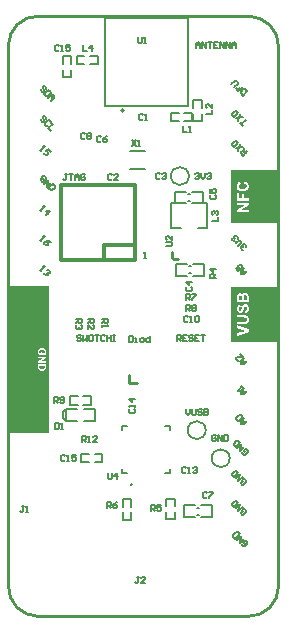
<source format=gbr>
%TF.GenerationSoftware,Altium Limited,Altium Designer,20.0.10 (225)*%
G04 Layer_Color=65535*
%FSLAX26Y26*%
%MOIN*%
%TF.FileFunction,Legend,Top*%
%TF.Part,Single*%
G01*
G75*
%TA.AperFunction,NonConductor*%
%ADD61C,0.005906*%
%ADD62C,0.007874*%
%ADD63C,0.010000*%
%ADD64C,0.005000*%
%ADD65C,0.006000*%
%ADD66C,0.011811*%
G36*
X1106469Y1505173D02*
X948989D01*
Y1682339D01*
X1106469D01*
Y1505173D01*
D02*
G37*
G36*
X1106583Y1110000D02*
X949103D01*
Y1293378D01*
X1106583D01*
Y1110000D01*
D02*
G37*
G36*
X341868Y807599D02*
X206693D01*
Y1295659D01*
X341868D01*
Y807599D01*
D02*
G37*
%LPC*%
G36*
X1007740Y1644684D02*
X968674D01*
X995537D01*
X993189Y1637286D01*
X993954Y1637095D01*
X994664Y1636876D01*
X995292Y1636631D01*
X995919Y1636385D01*
X996466Y1636139D01*
X996957Y1635866D01*
X997421Y1635593D01*
X997803Y1635348D01*
X998158Y1635102D01*
X998458Y1634883D01*
X998731Y1634665D01*
X998923Y1634474D01*
X999086Y1634338D01*
X999223Y1634228D01*
X999277Y1634146D01*
X999305Y1634119D01*
X999632Y1633710D01*
X999933Y1633273D01*
X1000178Y1632836D01*
X1000397Y1632372D01*
X1000588Y1631935D01*
X1000752Y1631498D01*
X1000888Y1631089D01*
X1000970Y1630707D01*
X1001052Y1630324D01*
X1001106Y1629969D01*
X1001161Y1629669D01*
X1001188Y1629424D01*
X1001216Y1629205D01*
Y1628905D01*
X1001188Y1628140D01*
X1001079Y1627431D01*
X1000943Y1626748D01*
X1000752Y1626120D01*
X1000506Y1625520D01*
X1000260Y1624974D01*
X999987Y1624482D01*
X999687Y1624018D01*
X999414Y1623609D01*
X999141Y1623254D01*
X998895Y1622926D01*
X998649Y1622680D01*
X998458Y1622489D01*
X998322Y1622325D01*
X998213Y1622244D01*
X998185Y1622216D01*
X997558Y1621752D01*
X996875Y1621370D01*
X996111Y1621015D01*
X995319Y1620742D01*
X994473Y1620496D01*
X993626Y1620278D01*
X992780Y1620114D01*
X991961Y1619978D01*
X991169Y1619869D01*
X990432Y1619787D01*
X989750Y1619732D01*
X989176Y1619705D01*
X988903Y1619677D01*
X988685D01*
X988494Y1619650D01*
X988303D01*
X988194D01*
X988084D01*
X988030D01*
X988003D01*
X986774Y1619677D01*
X985627Y1619759D01*
X984590Y1619896D01*
X983607Y1620060D01*
X982734Y1620251D01*
X981942Y1620469D01*
X981205Y1620715D01*
X980577Y1620960D01*
X980004Y1621179D01*
X979539Y1621425D01*
X979130Y1621643D01*
X978802Y1621834D01*
X978557Y1621998D01*
X978366Y1622134D01*
X978256Y1622216D01*
X978229Y1622244D01*
X977683Y1622762D01*
X977219Y1623281D01*
X976837Y1623854D01*
X976482Y1624400D01*
X976182Y1624974D01*
X975936Y1625547D01*
X975745Y1626093D01*
X975581Y1626639D01*
X975444Y1627130D01*
X975363Y1627594D01*
X975281Y1628004D01*
X975253Y1628359D01*
X975226Y1628632D01*
X975199Y1628850D01*
Y1629041D01*
X975226Y1629615D01*
X975281Y1630133D01*
X975363Y1630652D01*
X975472Y1631143D01*
X975608Y1631580D01*
X975745Y1632017D01*
X975909Y1632399D01*
X976045Y1632781D01*
X976209Y1633082D01*
X976373Y1633382D01*
X976509Y1633628D01*
X976646Y1633819D01*
X976755Y1633983D01*
X976837Y1634119D01*
X976891Y1634174D01*
X976919Y1634201D01*
X977246Y1634583D01*
X977601Y1634938D01*
X977983Y1635266D01*
X978366Y1635539D01*
X978748Y1635784D01*
X979130Y1636030D01*
X979867Y1636412D01*
X980195Y1636549D01*
X980522Y1636685D01*
X980795Y1636794D01*
X981041Y1636876D01*
X981259Y1636931D01*
X981396Y1636986D01*
X981505Y1637013D01*
X981532D01*
X979731Y1644575D01*
X978912Y1644329D01*
X978120Y1644029D01*
X977410Y1643729D01*
X976728Y1643428D01*
X976127Y1643101D01*
X975554Y1642773D01*
X975035Y1642446D01*
X974571Y1642145D01*
X974161Y1641845D01*
X973807Y1641572D01*
X973479Y1641326D01*
X973233Y1641108D01*
X973042Y1640944D01*
X972906Y1640808D01*
X972824Y1640726D01*
X972796Y1640698D01*
X972059Y1639852D01*
X971431Y1638978D01*
X970885Y1638050D01*
X970421Y1637122D01*
X970012Y1636167D01*
X969684Y1635238D01*
X969411Y1634310D01*
X969193Y1633437D01*
X969029Y1632618D01*
X968893Y1631853D01*
X968811Y1631198D01*
X968729Y1630597D01*
Y1630352D01*
X968701Y1630106D01*
Y1629915D01*
X968674Y1629751D01*
Y1611788D01*
Y1629451D01*
X968701Y1628714D01*
X968729Y1628004D01*
X968893Y1626612D01*
X969165Y1625329D01*
X969493Y1624100D01*
X969875Y1622953D01*
X970339Y1621916D01*
X970803Y1620933D01*
X971295Y1620060D01*
X971786Y1619295D01*
X972250Y1618613D01*
X972687Y1618012D01*
X973097Y1617521D01*
X973424Y1617139D01*
X973697Y1616866D01*
X973779Y1616784D01*
X973861Y1616702D01*
X973888Y1616674D01*
X973916Y1616647D01*
X974407Y1616210D01*
X974926Y1615801D01*
X976045Y1615036D01*
X977192Y1614409D01*
X978393Y1613835D01*
X979621Y1613371D01*
X980823Y1612962D01*
X982024Y1612661D01*
X983198Y1612388D01*
X984290Y1612197D01*
X985300Y1612033D01*
X985764Y1611979D01*
X986201Y1611924D01*
X986610Y1611897D01*
X986992Y1611870D01*
X987347Y1611842D01*
X987648Y1611815D01*
X987921D01*
X988139Y1611788D01*
X988548D01*
X989367Y1611815D01*
X990187Y1611842D01*
X991715Y1612006D01*
X993162Y1612225D01*
X994500Y1612552D01*
X995756Y1612907D01*
X996930Y1613316D01*
X997967Y1613753D01*
X998923Y1614217D01*
X999769Y1614654D01*
X1000506Y1615091D01*
X1000833Y1615309D01*
X1001134Y1615501D01*
X1001407Y1615692D01*
X1001653Y1615855D01*
X1001871Y1616019D01*
X1002062Y1616183D01*
X1002226Y1616292D01*
X1002362Y1616401D01*
X1002471Y1616511D01*
X1002553Y1616565D01*
X1002581Y1616620D01*
X1002608D01*
X1003072Y1617084D01*
X1003509Y1617548D01*
X1003918Y1618039D01*
X1004301Y1618531D01*
X1004983Y1619568D01*
X1005584Y1620578D01*
X1006075Y1621643D01*
X1006485Y1622653D01*
X1006840Y1623663D01*
X1007085Y1624619D01*
X1007304Y1625520D01*
X1007467Y1626339D01*
X1007577Y1627103D01*
X1007631Y1627431D01*
X1007659Y1627731D01*
X1007686Y1628004D01*
X1007713Y1628250D01*
Y1628468D01*
X1007740Y1628659D01*
Y1629205D01*
Y1628987D01*
X1007713Y1630106D01*
X1007604Y1631171D01*
X1007467Y1632181D01*
X1007276Y1633109D01*
X1007031Y1634010D01*
X1006785Y1634829D01*
X1006512Y1635593D01*
X1006239Y1636276D01*
X1005966Y1636904D01*
X1005693Y1637450D01*
X1005420Y1637914D01*
X1005202Y1638296D01*
X1005010Y1638596D01*
X1004874Y1638815D01*
X1004765Y1638951D01*
X1004737Y1639006D01*
X1004137Y1639716D01*
X1003482Y1640398D01*
X1002772Y1640999D01*
X1002035Y1641572D01*
X1001270Y1642091D01*
X1000506Y1642555D01*
X999741Y1642964D01*
X999004Y1643319D01*
X998322Y1643647D01*
X997667Y1643920D01*
X997066Y1644166D01*
X996547Y1644357D01*
X996138Y1644493D01*
X995947Y1644548D01*
X995810Y1644602D01*
X995701Y1644630D01*
X995619Y1644657D01*
X995565Y1644684D01*
X1007740D01*
D01*
D02*
G37*
G36*
X1007085Y1606819D02*
Y1588528D01*
X991033D01*
Y1604307D01*
X984645D01*
Y1588528D01*
X975690D01*
Y1606819D01*
X1007085D01*
X969302D01*
Y1580911D01*
X1007085D01*
Y1606819D01*
D02*
G37*
G36*
Y1572803D02*
X969302D01*
Y1542828D01*
X1007085D01*
Y1549899D01*
X982351D01*
X1007085Y1565159D01*
Y1572803D01*
D02*
G37*
%LPD*%
G36*
X969302Y1550226D02*
Y1565733D01*
X994609D01*
X969302Y1550226D01*
D02*
G37*
%LPC*%
G36*
X996498Y1273693D02*
X969416D01*
X996252D01*
X995651Y1273665D01*
X995078Y1273611D01*
X994505Y1273529D01*
X993986Y1273392D01*
X993467Y1273256D01*
X993003Y1273119D01*
X992567Y1272928D01*
X992157Y1272764D01*
X991802Y1272601D01*
X991475Y1272437D01*
X991202Y1272273D01*
X990983Y1272136D01*
X990792Y1272000D01*
X990655Y1271918D01*
X990574Y1271863D01*
X990546Y1271836D01*
X990110Y1271481D01*
X989700Y1271072D01*
X989318Y1270662D01*
X988990Y1270225D01*
X988690Y1269789D01*
X988390Y1269352D01*
X988144Y1268915D01*
X987926Y1268505D01*
X987734Y1268096D01*
X987571Y1267714D01*
X987434Y1267386D01*
X987325Y1267113D01*
X987243Y1266868D01*
X987188Y1266704D01*
X987134Y1266567D01*
Y1266540D01*
X986670Y1267414D01*
X986151Y1268178D01*
X985578Y1268833D01*
X985305Y1269106D01*
X985059Y1269379D01*
X984786Y1269598D01*
X984568Y1269816D01*
X984349Y1269980D01*
X984158Y1270143D01*
X984022Y1270253D01*
X983912Y1270335D01*
X983831Y1270362D01*
X983803Y1270389D01*
X983394Y1270635D01*
X982957Y1270881D01*
X982520Y1271072D01*
X982111Y1271236D01*
X981292Y1271481D01*
X980554Y1271645D01*
X980200Y1271727D01*
X979899Y1271754D01*
X979626Y1271782D01*
X979381Y1271809D01*
X979189Y1271836D01*
X979053D01*
X978971D01*
X978944D01*
X978480D01*
X978043Y1271782D01*
X977224Y1271645D01*
X976460Y1271454D01*
X976132Y1271372D01*
X975804Y1271263D01*
X975531Y1271154D01*
X975258Y1271044D01*
X975040Y1270935D01*
X974876Y1270853D01*
X974712Y1270771D01*
X974603Y1270717D01*
X974548Y1270689D01*
X974521Y1270662D01*
X973811Y1270198D01*
X973211Y1269734D01*
X972665Y1269243D01*
X972201Y1268778D01*
X971846Y1268369D01*
X971600Y1268069D01*
X971491Y1267932D01*
X971436Y1267850D01*
X971382Y1267796D01*
Y1267768D01*
X970972Y1267086D01*
X970617Y1266403D01*
X970344Y1265748D01*
X970126Y1265148D01*
X970044Y1264847D01*
X969989Y1264602D01*
X969935Y1264383D01*
X969880Y1264192D01*
X969853Y1264028D01*
X969826Y1263919D01*
X969798Y1263837D01*
Y1263810D01*
X969744Y1263373D01*
X969662Y1262909D01*
X969607Y1262390D01*
X969580Y1261844D01*
X969498Y1260752D01*
X969471Y1259660D01*
X969443Y1259142D01*
Y1258678D01*
X969416Y1258268D01*
Y1242052D01*
X1007199D01*
Y1257312D01*
Y1256794D01*
X1007172Y1257367D01*
Y1258459D01*
X1007145Y1258950D01*
Y1259415D01*
X1007117Y1260261D01*
Y1260998D01*
X1007090Y1261653D01*
X1007063Y1262226D01*
X1007035Y1262718D01*
Y1263100D01*
X1007008Y1263428D01*
X1006981Y1263673D01*
Y1263864D01*
X1006954Y1264001D01*
Y1264083D01*
X1006790Y1265175D01*
X1006681Y1265694D01*
X1006544Y1266185D01*
X1006408Y1266622D01*
X1006244Y1267059D01*
X1006107Y1267441D01*
X1005943Y1267796D01*
X1005807Y1268123D01*
X1005643Y1268396D01*
X1005534Y1268642D01*
X1005398Y1268833D01*
X1005316Y1268997D01*
X1005234Y1269133D01*
X1005206Y1269188D01*
X1005179Y1269215D01*
X1004578Y1269952D01*
X1003951Y1270608D01*
X1003295Y1271154D01*
X1002668Y1271645D01*
X1002121Y1272000D01*
X1001876Y1272164D01*
X1001685Y1272273D01*
X1001521Y1272355D01*
X1001384Y1272437D01*
X1001303Y1272491D01*
X1001275D01*
X1000811Y1272710D01*
X1000347Y1272901D01*
X999446Y1273174D01*
X998600Y1273392D01*
X998218Y1273474D01*
X997835Y1273556D01*
X997508Y1273583D01*
X997180Y1273638D01*
X996934Y1273665D01*
X996689D01*
X996498Y1273693D01*
D02*
G37*
G36*
X996552Y1235609D02*
X996225D01*
X995569Y1235582D01*
X994942Y1235554D01*
X994341Y1235473D01*
X993768Y1235363D01*
X993249Y1235254D01*
X992758Y1235118D01*
X992293Y1234981D01*
X991884Y1234845D01*
X991502Y1234708D01*
X991174Y1234572D01*
X990901Y1234435D01*
X990655Y1234326D01*
X990464Y1234217D01*
X990328Y1234135D01*
X990246Y1234108D01*
X990219Y1234080D01*
X989782Y1233780D01*
X989345Y1233480D01*
X988581Y1232797D01*
X988226Y1232442D01*
X987926Y1232087D01*
X987625Y1231760D01*
X987380Y1231432D01*
X987134Y1231104D01*
X986943Y1230832D01*
X986779Y1230559D01*
X986615Y1230340D01*
X986506Y1230149D01*
X986424Y1230013D01*
X986397Y1229931D01*
X986369Y1229903D01*
X986096Y1229385D01*
X985851Y1228784D01*
X985578Y1228156D01*
X985332Y1227501D01*
X984868Y1226136D01*
X984677Y1225453D01*
X984458Y1224798D01*
X984295Y1224170D01*
X984131Y1223597D01*
X983994Y1223051D01*
X983858Y1222587D01*
X983776Y1222205D01*
X983694Y1221932D01*
X983667Y1221822D01*
Y1221741D01*
X983639Y1221713D01*
Y1221686D01*
X983394Y1220703D01*
X983148Y1219775D01*
X982930Y1218983D01*
X982684Y1218246D01*
X982466Y1217591D01*
X982247Y1217018D01*
X982056Y1216526D01*
X981865Y1216090D01*
X981701Y1215735D01*
X981565Y1215434D01*
X981428Y1215189D01*
X981319Y1214997D01*
X981210Y1214834D01*
X981155Y1214752D01*
X981101Y1214697D01*
Y1214670D01*
X980718Y1214288D01*
X980336Y1214015D01*
X979954Y1213824D01*
X979599Y1213687D01*
X979271Y1213605D01*
X979026Y1213578D01*
X978862Y1213551D01*
X978835D01*
X978807D01*
X978534Y1213578D01*
X978289Y1213605D01*
X977824Y1213742D01*
X977442Y1213933D01*
X977115Y1214151D01*
X976842Y1214370D01*
X976651Y1214561D01*
X976514Y1214697D01*
X976487Y1214752D01*
X976241Y1215134D01*
X976023Y1215516D01*
X975832Y1215926D01*
X975668Y1216362D01*
X975422Y1217236D01*
X975258Y1218055D01*
X975204Y1218465D01*
X975176Y1218820D01*
X975149Y1219147D01*
X975122Y1219420D01*
X975095Y1219639D01*
Y1220539D01*
X975149Y1221113D01*
X975204Y1221604D01*
X975286Y1222068D01*
X975395Y1222505D01*
X975504Y1222915D01*
X975613Y1223269D01*
X975722Y1223597D01*
X975859Y1223870D01*
X975968Y1224116D01*
X976077Y1224334D01*
X976187Y1224498D01*
X976268Y1224634D01*
X976323Y1224716D01*
X976350Y1224771D01*
X976378Y1224798D01*
X976623Y1225099D01*
X976924Y1225344D01*
X977579Y1225808D01*
X978261Y1226163D01*
X978944Y1226464D01*
X979271Y1226573D01*
X979572Y1226655D01*
X979845Y1226736D01*
X980090Y1226791D01*
X980282Y1226846D01*
X980418Y1226873D01*
X980527Y1226900D01*
X980554D01*
X980227Y1234517D01*
X979271Y1234435D01*
X978370Y1234299D01*
X977524Y1234108D01*
X976732Y1233834D01*
X975995Y1233562D01*
X975313Y1233234D01*
X974685Y1232906D01*
X974139Y1232551D01*
X973620Y1232197D01*
X973183Y1231869D01*
X972801Y1231569D01*
X972501Y1231296D01*
X972255Y1231050D01*
X972064Y1230886D01*
X971955Y1230777D01*
X971928Y1230722D01*
X971382Y1230013D01*
X970890Y1229248D01*
X970481Y1228402D01*
X970099Y1227555D01*
X969798Y1226655D01*
X969553Y1225754D01*
X969334Y1224880D01*
X969170Y1224034D01*
X969061Y1223215D01*
X968952Y1222478D01*
X968870Y1221795D01*
X968843Y1221195D01*
X968816Y1220922D01*
Y1220703D01*
X968788Y1220512D01*
Y1220021D01*
X968816Y1219229D01*
X968843Y1218465D01*
X968897Y1217727D01*
X969007Y1217018D01*
X969088Y1216362D01*
X969198Y1215762D01*
X969334Y1215189D01*
X969443Y1214670D01*
X969580Y1214206D01*
X969689Y1213796D01*
X969826Y1213441D01*
X969908Y1213141D01*
X969989Y1212923D01*
X970071Y1212732D01*
X970099Y1212622D01*
X970126Y1212595D01*
X970372Y1212022D01*
X970672Y1211503D01*
X970972Y1211012D01*
X971273Y1210548D01*
X971600Y1210138D01*
X971900Y1209756D01*
X972228Y1209401D01*
X972528Y1209073D01*
X972829Y1208800D01*
X973074Y1208555D01*
X973320Y1208336D01*
X973538Y1208172D01*
X973702Y1208036D01*
X973839Y1207954D01*
X973921Y1207899D01*
X973948Y1207872D01*
X974412Y1207599D01*
X974903Y1207353D01*
X975367Y1207135D01*
X975859Y1206944D01*
X976323Y1206780D01*
X976760Y1206644D01*
X977197Y1206562D01*
X977579Y1206453D01*
X977961Y1206398D01*
X978316Y1206343D01*
X978616Y1206316D01*
X978862Y1206289D01*
X979080Y1206262D01*
X979217D01*
X979326D01*
X979353D01*
X980172Y1206289D01*
X980964Y1206398D01*
X981728Y1206589D01*
X982438Y1206807D01*
X983093Y1207053D01*
X983721Y1207353D01*
X984295Y1207681D01*
X984813Y1208009D01*
X985305Y1208309D01*
X985714Y1208637D01*
X986096Y1208937D01*
X986397Y1209183D01*
X986615Y1209401D01*
X986806Y1209592D01*
X986915Y1209701D01*
X986943Y1209729D01*
X987352Y1210247D01*
X987734Y1210821D01*
X988117Y1211448D01*
X988471Y1212131D01*
X988799Y1212813D01*
X989099Y1213551D01*
X989372Y1214260D01*
X989645Y1214970D01*
X989864Y1215625D01*
X990082Y1216253D01*
X990273Y1216827D01*
X990410Y1217345D01*
X990519Y1217755D01*
X990574Y1217919D01*
X990601Y1218055D01*
X990655Y1218164D01*
Y1218246D01*
X990683Y1218301D01*
Y1218328D01*
X990901Y1219174D01*
X991092Y1219966D01*
X991256Y1220676D01*
X991420Y1221304D01*
X991584Y1221877D01*
X991720Y1222369D01*
X991829Y1222805D01*
X991939Y1223188D01*
X992020Y1223488D01*
X992102Y1223761D01*
X992184Y1223979D01*
X992239Y1224170D01*
X992266Y1224280D01*
X992293Y1224389D01*
X992321Y1224416D01*
Y1224443D01*
X992457Y1224798D01*
X992594Y1225126D01*
X992867Y1225699D01*
X993167Y1226190D01*
X993413Y1226573D01*
X993659Y1226846D01*
X993822Y1227037D01*
X993932Y1227173D01*
X993986Y1227201D01*
X994341Y1227474D01*
X994723Y1227665D01*
X995105Y1227801D01*
X995460Y1227883D01*
X995788Y1227965D01*
X996034Y1227992D01*
X996197D01*
X996225D01*
X996252D01*
X996634Y1227965D01*
X997016Y1227910D01*
X997344Y1227829D01*
X997699Y1227692D01*
X998299Y1227392D01*
X998846Y1227064D01*
X999064Y1226873D01*
X999282Y1226709D01*
X999446Y1226545D01*
X999610Y1226409D01*
X999719Y1226272D01*
X999801Y1226190D01*
X999856Y1226136D01*
X999883Y1226109D01*
X1000156Y1225754D01*
X1000402Y1225344D01*
X1000593Y1224907D01*
X1000784Y1224471D01*
X1000920Y1224006D01*
X1001057Y1223542D01*
X1001248Y1222641D01*
X1001303Y1222232D01*
X1001357Y1221822D01*
X1001384Y1221468D01*
X1001412Y1221167D01*
X1001439Y1220922D01*
Y1220567D01*
X1001412Y1219939D01*
X1001357Y1219338D01*
X1001275Y1218765D01*
X1001166Y1218219D01*
X1001029Y1217727D01*
X1000893Y1217291D01*
X1000729Y1216854D01*
X1000565Y1216499D01*
X1000402Y1216144D01*
X1000238Y1215871D01*
X1000101Y1215598D01*
X999965Y1215407D01*
X999856Y1215243D01*
X999774Y1215134D01*
X999719Y1215052D01*
X999692Y1215025D01*
X999337Y1214670D01*
X998955Y1214315D01*
X998545Y1214015D01*
X998108Y1213742D01*
X997644Y1213496D01*
X997180Y1213278D01*
X996279Y1212895D01*
X995870Y1212759D01*
X995488Y1212650D01*
X995133Y1212541D01*
X994805Y1212459D01*
X994559Y1212404D01*
X994368Y1212349D01*
X994259Y1212322D01*
X994205D01*
X994914Y1204897D01*
D01*
X996061Y1205060D01*
X997153Y1205306D01*
X998163Y1205579D01*
X999119Y1205934D01*
X999965Y1206289D01*
X1000756Y1206671D01*
X1001494Y1207053D01*
X1002121Y1207463D01*
X1002695Y1207845D01*
X1003186Y1208200D01*
X1003623Y1208555D01*
X1003951Y1208855D01*
X1004224Y1209101D01*
X1004415Y1209292D01*
X1004551Y1209401D01*
X1004578Y1209456D01*
X1005152Y1210220D01*
X1005670Y1211039D01*
X1006107Y1211913D01*
X1006490Y1212813D01*
X1006817Y1213714D01*
X1007063Y1214643D01*
X1007281Y1215543D01*
X1007472Y1216417D01*
X1007609Y1217236D01*
X1007718Y1218001D01*
X1007773Y1218710D01*
X1007827Y1219311D01*
X1007855Y1219557D01*
Y1219802D01*
X1007882Y1219993D01*
Y1220485D01*
X1007855Y1221386D01*
X1007827Y1222259D01*
X1007745Y1223078D01*
X1007663Y1223843D01*
X1007554Y1224553D01*
X1007445Y1225235D01*
X1007336Y1225863D01*
X1007199Y1226436D01*
X1007063Y1226928D01*
X1006954Y1227392D01*
X1006844Y1227774D01*
X1006735Y1228074D01*
X1006653Y1228347D01*
X1006571Y1228538D01*
X1006544Y1228648D01*
X1006517Y1228675D01*
X1006244Y1229275D01*
X1005943Y1229849D01*
X1005616Y1230367D01*
X1005261Y1230859D01*
X1004933Y1231323D01*
X1004578Y1231732D01*
X1004224Y1232115D01*
X1003896Y1232469D01*
X1003568Y1232770D01*
X1003268Y1233043D01*
X1002995Y1233261D01*
X1002777Y1233452D01*
X1002586Y1233589D01*
X1002422Y1233698D01*
X1002340Y1233753D01*
X1002313Y1233780D01*
X1001767Y1234108D01*
X1001248Y1234380D01*
X1000702Y1234626D01*
X1000156Y1234845D01*
X999637Y1235008D01*
X999146Y1235172D01*
X998654Y1235281D01*
X998190Y1235391D01*
X997781Y1235445D01*
X997399Y1235500D01*
X997071Y1235554D01*
X996771Y1235582D01*
X996552Y1235609D01*
D02*
G37*
G36*
X990383Y1198781D02*
X969416D01*
Y1168669D01*
X1007855D01*
X990737D01*
X991829Y1168697D01*
X992840Y1168751D01*
X993768Y1168779D01*
X994614Y1168833D01*
X995406Y1168915D01*
X996115Y1168970D01*
X996743Y1169052D01*
X997317Y1169106D01*
X997808Y1169161D01*
X998218Y1169243D01*
X998572Y1169297D01*
X998818Y1169352D01*
X999009Y1169379D01*
X999146Y1169407D01*
X999173D01*
X999992Y1169652D01*
X1000756Y1169953D01*
X1001466Y1170307D01*
X1002094Y1170662D01*
X1002367Y1170826D01*
X1002640Y1170990D01*
X1002859Y1171154D01*
X1003022Y1171290D01*
X1003186Y1171372D01*
X1003295Y1171454D01*
X1003350Y1171509D01*
X1003377Y1171536D01*
X1004087Y1172191D01*
X1004715Y1172928D01*
X1005288Y1173665D01*
X1005752Y1174375D01*
X1005943Y1174703D01*
X1006135Y1175003D01*
X1006271Y1175276D01*
X1006408Y1175494D01*
X1006490Y1175686D01*
X1006571Y1175849D01*
X1006599Y1175931D01*
X1006626Y1175958D01*
X1006844Y1176505D01*
X1007035Y1177105D01*
X1007199Y1177760D01*
X1007336Y1178416D01*
X1007554Y1179781D01*
X1007636Y1180463D01*
X1007691Y1181118D01*
X1007745Y1181746D01*
X1007800Y1182319D01*
X1007827Y1182838D01*
Y1183275D01*
X1007855Y1183657D01*
Y1184176D01*
X1007827Y1184995D01*
X1007800Y1185786D01*
X1007745Y1186496D01*
X1007663Y1187206D01*
X1007582Y1187834D01*
X1007500Y1188435D01*
X1007390Y1188981D01*
X1007281Y1189499D01*
X1007172Y1189936D01*
X1007063Y1190318D01*
X1006981Y1190646D01*
X1006899Y1190946D01*
X1006817Y1191165D01*
X1006763Y1191301D01*
X1006708Y1191410D01*
Y1191438D01*
X1006490Y1191956D01*
X1006244Y1192420D01*
X1005998Y1192884D01*
X1005752Y1193294D01*
X1005479Y1193704D01*
X1005234Y1194058D01*
X1004988Y1194386D01*
X1004742Y1194686D01*
X1004524Y1194959D01*
X1004306Y1195205D01*
X1004114Y1195396D01*
X1003978Y1195560D01*
X1003841Y1195696D01*
X1003732Y1195778D01*
X1003678Y1195833D01*
X1003650Y1195860D01*
X1002886Y1196434D01*
X1002094Y1196925D01*
X1001303Y1197307D01*
X1000538Y1197635D01*
X1000211Y1197771D01*
X999883Y1197880D01*
X999610Y1197962D01*
X999364Y1198017D01*
X999173Y1198099D01*
X999037Y1198126D01*
X998927Y1198153D01*
X998900D01*
X998327Y1198263D01*
X997672Y1198372D01*
X996962Y1198454D01*
X996225Y1198508D01*
X995433Y1198590D01*
X994614Y1198618D01*
X993822Y1198672D01*
X993031Y1198699D01*
X992293Y1198727D01*
X991584Y1198754D01*
X990956D01*
X990383Y1198781D01*
D02*
G37*
G36*
X969416Y1164847D02*
Y1129685D01*
X1007199Y1143171D01*
Y1151389D01*
X969416Y1164847D01*
D02*
G37*
%LPD*%
G36*
X996580Y1265775D02*
X997235Y1265666D01*
X997781Y1265475D01*
X998245Y1265284D01*
X998600Y1265093D01*
X998873Y1264902D01*
X999037Y1264793D01*
X999064Y1264738D01*
X999091D01*
X999501Y1264301D01*
X999828Y1263864D01*
X1000101Y1263400D01*
X1000292Y1262964D01*
X1000429Y1262581D01*
X1000538Y1262254D01*
X1000565Y1262145D01*
Y1262063D01*
X1000593Y1262008D01*
Y1261981D01*
X1000620Y1261735D01*
X1000675Y1261435D01*
X1000702Y1261080D01*
X1000729Y1260698D01*
Y1260261D01*
X1000756Y1259824D01*
X1000784Y1258950D01*
Y1258514D01*
X1000811Y1258104D01*
Y1249668D01*
X990710D01*
Y1256766D01*
X990737Y1257640D01*
X990765Y1258405D01*
X990792Y1259087D01*
X990847Y1259715D01*
X990874Y1260261D01*
X990928Y1260752D01*
X990983Y1261189D01*
X991038Y1261544D01*
X991092Y1261844D01*
X991120Y1262090D01*
X991174Y1262281D01*
X991202Y1262445D01*
X991229Y1262527D01*
X991256Y1262581D01*
Y1262609D01*
X991475Y1263155D01*
X991747Y1263646D01*
X992048Y1264056D01*
X992321Y1264383D01*
X992594Y1264656D01*
X992812Y1264820D01*
X992949Y1264957D01*
X992976Y1264984D01*
X993003D01*
X993467Y1265257D01*
X993959Y1265475D01*
X994423Y1265612D01*
X994887Y1265721D01*
X995269Y1265775D01*
X995597Y1265830D01*
X995706D01*
X995788D01*
X995842D01*
X995870D01*
X996580Y1265775D01*
D02*
G37*
G36*
X980664Y1264356D02*
X981237Y1264219D01*
X981756Y1264056D01*
X982165Y1263837D01*
X982493Y1263619D01*
X982766Y1263455D01*
X982902Y1263319D01*
X982957Y1263264D01*
X983339Y1262800D01*
X983639Y1262308D01*
X983885Y1261817D01*
X984049Y1261326D01*
X984185Y1260889D01*
X984240Y1260698D01*
X984267Y1260534D01*
X984295Y1260397D01*
X984322Y1260288D01*
Y1260206D01*
X984349Y1259961D01*
Y1259660D01*
X984376Y1259278D01*
Y1258869D01*
X984404Y1258432D01*
Y1257040D01*
X984431Y1256575D01*
Y1249668D01*
X975695D01*
Y1256630D01*
X975722Y1257312D01*
Y1257940D01*
X975750Y1258459D01*
Y1259305D01*
X975777Y1259633D01*
Y1259906D01*
X975804Y1260124D01*
Y1260288D01*
X975832Y1260425D01*
Y1260561D01*
X975968Y1261244D01*
X976132Y1261817D01*
X976350Y1262308D01*
X976596Y1262718D01*
X976814Y1263018D01*
X977005Y1263237D01*
X977115Y1263373D01*
X977169Y1263428D01*
X977606Y1263755D01*
X978070Y1264001D01*
X978534Y1264165D01*
X978998Y1264301D01*
X979408Y1264356D01*
X979708Y1264383D01*
X979845Y1264410D01*
X979927D01*
X979981D01*
X980009D01*
X980664Y1264356D01*
D02*
G37*
G36*
X991884Y1191137D02*
X992594D01*
X993222Y1191110D01*
X993822Y1191083D01*
X994341Y1191055D01*
X994805Y1191028D01*
X995242Y1191001D01*
X995597Y1190946D01*
X995924Y1190919D01*
X996170Y1190892D01*
X996389Y1190864D01*
X996552Y1190837D01*
X996689D01*
X996743Y1190810D01*
X996771D01*
X997126Y1190728D01*
X997453Y1190619D01*
X998081Y1190373D01*
X998627Y1190045D01*
X999119Y1189690D01*
X999501Y1189363D01*
X999774Y1189090D01*
X999883Y1188981D01*
X999965Y1188899D01*
X999992Y1188844D01*
X1000019Y1188817D01*
X1000238Y1188489D01*
X1000456Y1188134D01*
X1000784Y1187370D01*
X1001002Y1186551D01*
X1001166Y1185759D01*
X1001221Y1185377D01*
X1001248Y1185049D01*
X1001303Y1184722D01*
Y1184476D01*
X1001330Y1184230D01*
Y1183930D01*
X1001303Y1183357D01*
X1001275Y1182784D01*
X1001193Y1182292D01*
X1001111Y1181801D01*
X1001002Y1181337D01*
X1000893Y1180927D01*
X1000756Y1180545D01*
X1000620Y1180217D01*
X1000511Y1179890D01*
X1000374Y1179644D01*
X1000265Y1179398D01*
X1000156Y1179207D01*
X1000074Y1179071D01*
X999992Y1178961D01*
X999965Y1178907D01*
X999938Y1178880D01*
X999664Y1178552D01*
X999364Y1178252D01*
X999064Y1177979D01*
X998764Y1177733D01*
X998163Y1177351D01*
X997562Y1177023D01*
X997044Y1176805D01*
X996798Y1176723D01*
X996607Y1176668D01*
X996443Y1176614D01*
X996334Y1176586D01*
X996252Y1176559D01*
X996225D01*
X995924Y1176505D01*
X995542Y1176477D01*
X995105Y1176423D01*
X994614Y1176395D01*
X994123Y1176368D01*
X993577Y1176341D01*
X992512Y1176313D01*
X991993D01*
X991502D01*
X991065Y1176286D01*
X990683D01*
X990355D01*
X990110D01*
X989946D01*
X989891D01*
X969416D01*
Y1191165D01*
X990328D01*
X991147D01*
X991884Y1191137D01*
D02*
G37*
G36*
X997371Y1147512D02*
X969416Y1137930D01*
Y1156739D01*
X997371Y1147512D01*
D02*
G37*
%LPC*%
G36*
X331868Y1089618D02*
X305394D01*
X318714D01*
X318030Y1089600D01*
X317364Y1089544D01*
X316716Y1089470D01*
X316087Y1089378D01*
X315495Y1089267D01*
X314940Y1089137D01*
X314404Y1089008D01*
X313923Y1088860D01*
X313479Y1088730D01*
X313072Y1088601D01*
X312739Y1088471D01*
X312443Y1088360D01*
X312202Y1088249D01*
X312036Y1088175D01*
X311925Y1088138D01*
X311888Y1088120D01*
X311314Y1087824D01*
X310778Y1087491D01*
X310278Y1087158D01*
X309816Y1086788D01*
X309390Y1086418D01*
X308983Y1086048D01*
X308632Y1085678D01*
X308317Y1085326D01*
X308021Y1084975D01*
X307781Y1084660D01*
X307559Y1084383D01*
X307392Y1084124D01*
X307263Y1083920D01*
X307152Y1083772D01*
X307096Y1083680D01*
X307078Y1083643D01*
X306782Y1083069D01*
X306523Y1082477D01*
X306301Y1081885D01*
X306097Y1081275D01*
X305949Y1080683D01*
X305801Y1080109D01*
X305690Y1079554D01*
X305598Y1079018D01*
X305542Y1078518D01*
X305487Y1078056D01*
X305450Y1077649D01*
X305413Y1077297D01*
Y1077020D01*
X305394Y1076909D01*
Y1076631D01*
X305413Y1076039D01*
X305450Y1075447D01*
X305505Y1074874D01*
X305579Y1074319D01*
X305672Y1073782D01*
X305764Y1073264D01*
X305875Y1072783D01*
X305986Y1072321D01*
X306097Y1071914D01*
X306208Y1071544D01*
X306301Y1071211D01*
X306393Y1070933D01*
X306467Y1070693D01*
X306523Y1070526D01*
X306560Y1070434D01*
X306578Y1070397D01*
X306800Y1069842D01*
X307041Y1069305D01*
X307281Y1068806D01*
X307522Y1068362D01*
X307762Y1067936D01*
X307984Y1067548D01*
X308206Y1067196D01*
X308410Y1066882D01*
X308613Y1066604D01*
X308798Y1066364D01*
X308946Y1066142D01*
X309094Y1065975D01*
X309205Y1065846D01*
X309279Y1065753D01*
X309335Y1065698D01*
X309353Y1065679D01*
X305394D01*
X319565D01*
Y1076816D01*
X315236D01*
Y1070896D01*
X311980D01*
X311647Y1071359D01*
X311351Y1071840D01*
X311092Y1072302D01*
X310870Y1072746D01*
X310778Y1072950D01*
X310685Y1073135D01*
X310611Y1073301D01*
X310556Y1073431D01*
X310500Y1073542D01*
X310482Y1073634D01*
X310445Y1073690D01*
Y1073708D01*
X310241Y1074319D01*
X310075Y1074911D01*
X309964Y1075447D01*
X309927Y1075706D01*
X309890Y1075947D01*
X309871Y1076169D01*
X309853Y1076354D01*
X309834Y1076539D01*
Y1076687D01*
X309816Y1076798D01*
Y1076964D01*
X309834Y1077556D01*
X309908Y1078130D01*
X310019Y1078666D01*
X310167Y1079166D01*
X310352Y1079647D01*
X310537Y1080091D01*
X310741Y1080479D01*
X310963Y1080849D01*
X311166Y1081164D01*
X311370Y1081460D01*
X311573Y1081700D01*
X311740Y1081904D01*
X311888Y1082070D01*
X311999Y1082181D01*
X312073Y1082255D01*
X312091Y1082274D01*
X312535Y1082625D01*
X313035Y1082940D01*
X313571Y1083217D01*
X314126Y1083439D01*
X314681Y1083643D01*
X315255Y1083791D01*
X315810Y1083939D01*
X316365Y1084031D01*
X316883Y1084124D01*
X317364Y1084179D01*
X317789Y1084235D01*
X318178Y1084253D01*
X318344Y1084272D01*
X318492D01*
X318603Y1084290D01*
X318714D01*
X318807D01*
X318862D01*
X318899D01*
X318918D01*
X319676Y1084272D01*
X320398Y1084198D01*
X321064Y1084105D01*
X321693Y1083976D01*
X322266Y1083828D01*
X322784Y1083661D01*
X323265Y1083476D01*
X323691Y1083291D01*
X324061Y1083106D01*
X324375Y1082921D01*
X324653Y1082755D01*
X324875Y1082607D01*
X325060Y1082477D01*
X325189Y1082385D01*
X325263Y1082311D01*
X325282Y1082292D01*
X325670Y1081904D01*
X326003Y1081478D01*
X326281Y1081053D01*
X326540Y1080609D01*
X326743Y1080165D01*
X326910Y1079702D01*
X327058Y1079277D01*
X327169Y1078851D01*
X327261Y1078444D01*
X327335Y1078093D01*
X327372Y1077760D01*
X327409Y1077464D01*
X327428Y1077242D01*
X327446Y1077057D01*
Y1076909D01*
X327428Y1076502D01*
X327391Y1076113D01*
X327335Y1075725D01*
X327280Y1075392D01*
X327187Y1075059D01*
X327095Y1074744D01*
X327002Y1074467D01*
X326891Y1074208D01*
X326780Y1073986D01*
X326688Y1073782D01*
X326595Y1073597D01*
X326503Y1073449D01*
X326447Y1073338D01*
X326392Y1073264D01*
X326355Y1073209D01*
X326336Y1073190D01*
X326133Y1072913D01*
X325892Y1072672D01*
X325652Y1072450D01*
X325411Y1072228D01*
X325171Y1072043D01*
X324912Y1071877D01*
X324671Y1071729D01*
X324449Y1071599D01*
X324227Y1071488D01*
X324024Y1071396D01*
X323839Y1071303D01*
X323691Y1071248D01*
X323561Y1071192D01*
X323450Y1071155D01*
X323395Y1071137D01*
X323376D01*
X324338Y1066012D01*
X324986Y1066179D01*
X325578Y1066382D01*
X326151Y1066623D01*
X326688Y1066882D01*
X327169Y1067159D01*
X327631Y1067455D01*
X328038Y1067733D01*
X328408Y1068029D01*
X328741Y1068306D01*
X329037Y1068584D01*
X329278Y1068824D01*
X329481Y1069046D01*
X329648Y1069213D01*
X329759Y1069361D01*
X329833Y1069435D01*
X329851Y1069472D01*
X330203Y1069990D01*
X330517Y1070563D01*
X330795Y1071155D01*
X331017Y1071766D01*
X331220Y1072376D01*
X331368Y1073005D01*
X331516Y1073616D01*
X331609Y1074189D01*
X331701Y1074744D01*
X331757Y1075262D01*
X331812Y1075725D01*
X331831Y1076132D01*
X331849Y1076298D01*
Y1076446D01*
X331868Y1076594D01*
Y1065679D01*
D01*
Y1089618D01*
D02*
G37*
G36*
X331442Y1060869D02*
X305838D01*
Y1056078D01*
X322599D01*
X305838Y1045736D01*
Y1040556D01*
X331442D01*
Y1060869D01*
D02*
G37*
G36*
Y1035099D02*
X305838D01*
Y1024868D01*
X305857Y1024369D01*
X305894Y1023906D01*
X305931Y1023462D01*
X305968Y1023055D01*
X306005Y1022667D01*
X306060Y1022334D01*
X306116Y1022019D01*
X306153Y1021742D01*
X306208Y1021501D01*
X306245Y1021279D01*
X306301Y1021113D01*
X306319Y1020983D01*
X306356Y1020872D01*
X306375Y1020817D01*
Y1020798D01*
X306523Y1020373D01*
X306671Y1019984D01*
X306837Y1019614D01*
X307004Y1019263D01*
X307170Y1018948D01*
X307337Y1018652D01*
X307503Y1018375D01*
X307670Y1018134D01*
X307818Y1017912D01*
X307966Y1017727D01*
X308077Y1017561D01*
X308188Y1017413D01*
X308280Y1017320D01*
X308354Y1017228D01*
X308391Y1017191D01*
X308410Y1017172D01*
X308743Y1016839D01*
X309113Y1016543D01*
X309483Y1016266D01*
X309853Y1015988D01*
X310241Y1015748D01*
X310611Y1015526D01*
X310981Y1015322D01*
X311333Y1015137D01*
X311666Y1014971D01*
X311962Y1014823D01*
X312239Y1014712D01*
X312480Y1014619D01*
X312665Y1014527D01*
X312813Y1014471D01*
X312905Y1014453D01*
X312942Y1014434D01*
X313386Y1014286D01*
X313830Y1014175D01*
X314755Y1013972D01*
X315662Y1013824D01*
X316106Y1013787D01*
X316513Y1013731D01*
X316901Y1013713D01*
X317253Y1013676D01*
X317586Y1013657D01*
X317845D01*
X318067Y1013639D01*
X319047D01*
X319676Y1013676D01*
X320287Y1013713D01*
X320842Y1013768D01*
X321378Y1013842D01*
X321878Y1013916D01*
X322340Y1013990D01*
X322766Y1014064D01*
X323136Y1014138D01*
X323469Y1014212D01*
X323746Y1014286D01*
X323987Y1014360D01*
X324190Y1014416D01*
X324320Y1014453D01*
X324412Y1014471D01*
X324431Y1014490D01*
X324875Y1014656D01*
X325319Y1014841D01*
X325726Y1015026D01*
X326114Y1015230D01*
X326484Y1015433D01*
X326817Y1015637D01*
X327132Y1015822D01*
X327428Y1016025D01*
X327687Y1016210D01*
X327909Y1016377D01*
X328112Y1016525D01*
X328279Y1016673D01*
X328408Y1016784D01*
X328501Y1016858D01*
X328556Y1016913D01*
X328575Y1016932D01*
X328889Y1017246D01*
X329167Y1017561D01*
X329426Y1017894D01*
X329666Y1018208D01*
X329870Y1018541D01*
X330073Y1018856D01*
X330240Y1019170D01*
X330406Y1019466D01*
X330536Y1019744D01*
X330647Y1020003D01*
X330739Y1020225D01*
X330813Y1020428D01*
X330869Y1020576D01*
X330906Y1020706D01*
X330943Y1020780D01*
Y1020798D01*
X331035Y1021131D01*
X331109Y1021483D01*
X331183Y1021871D01*
X331239Y1022260D01*
X331313Y1023074D01*
X331350Y1023462D01*
X331387Y1023851D01*
X331405Y1024221D01*
X331424Y1024554D01*
Y1024868D01*
X331442Y1025146D01*
Y1013639D01*
D01*
Y1035099D01*
D02*
G37*
%LPD*%
G36*
X331868Y1076909D02*
X331849Y1077575D01*
X331812Y1078222D01*
X331757Y1078851D01*
X331664Y1079425D01*
X331572Y1079961D01*
X331461Y1080461D01*
X331350Y1080942D01*
X331239Y1081367D01*
X331109Y1081737D01*
X330998Y1082070D01*
X330887Y1082366D01*
X330795Y1082607D01*
X330702Y1082792D01*
X330647Y1082940D01*
X330610Y1083014D01*
X330591Y1083051D01*
X330258Y1083643D01*
X329907Y1084179D01*
X329537Y1084697D01*
X329148Y1085178D01*
X328741Y1085622D01*
X328353Y1086011D01*
X327964Y1086381D01*
X327576Y1086714D01*
X327224Y1086991D01*
X326891Y1087250D01*
X326595Y1087472D01*
X326336Y1087639D01*
X326114Y1087768D01*
X325948Y1087879D01*
X325855Y1087935D01*
X325818Y1087953D01*
X325226Y1088249D01*
X324616Y1088508D01*
X324005Y1088730D01*
X323395Y1088915D01*
X322803Y1089082D01*
X322211Y1089211D01*
X321637Y1089322D01*
X321101Y1089415D01*
X320601Y1089470D01*
X320139Y1089526D01*
X319732Y1089563D01*
X319380Y1089600D01*
X319103D01*
X318992Y1089618D01*
X331868D01*
Y1076909D01*
D02*
G37*
G36*
X331442Y1045348D02*
X314293D01*
X331442Y1055856D01*
Y1045348D01*
D02*
G37*
G36*
X327113Y1027051D02*
X327095Y1026533D01*
Y1026052D01*
X327076Y1025627D01*
X327058Y1025238D01*
X327039Y1024887D01*
X327002Y1024572D01*
X326984Y1024313D01*
X326965Y1024073D01*
X326928Y1023888D01*
X326910Y1023721D01*
X326891Y1023592D01*
X326873Y1023499D01*
Y1023425D01*
X326854Y1023388D01*
Y1023370D01*
X326706Y1022852D01*
X326540Y1022371D01*
X326336Y1021964D01*
X326133Y1021612D01*
X325948Y1021335D01*
X325874Y1021224D01*
X325800Y1021131D01*
X325744Y1021057D01*
X325689Y1021002D01*
X325670Y1020983D01*
X325652Y1020965D01*
X325282Y1020632D01*
X324893Y1020336D01*
X324486Y1020095D01*
X324079Y1019873D01*
X323728Y1019725D01*
X323561Y1019651D01*
X323432Y1019596D01*
X323321Y1019559D01*
X323247Y1019522D01*
X323191Y1019503D01*
X323173D01*
X322858Y1019411D01*
X322525Y1019318D01*
X322155Y1019263D01*
X321785Y1019189D01*
X321027Y1019096D01*
X320657Y1019059D01*
X320305Y1019041D01*
X319954Y1019004D01*
X319639Y1018985D01*
X319362D01*
X319103Y1018967D01*
X318899D01*
X318751D01*
X318659D01*
X318622D01*
X318085D01*
X317567Y1018985D01*
X317086Y1019022D01*
X316642Y1019041D01*
X316217Y1019096D01*
X315847Y1019133D01*
X315495Y1019189D01*
X315181Y1019226D01*
X314885Y1019281D01*
X314644Y1019337D01*
X314422Y1019374D01*
X314256Y1019411D01*
X314126Y1019448D01*
X314015Y1019485D01*
X313960Y1019503D01*
X313941D01*
X313627Y1019596D01*
X313349Y1019707D01*
X313072Y1019818D01*
X312831Y1019929D01*
X312609Y1020040D01*
X312406Y1020151D01*
X312221Y1020262D01*
X312054Y1020373D01*
X311906Y1020465D01*
X311795Y1020558D01*
X311684Y1020650D01*
X311610Y1020706D01*
X311536Y1020780D01*
X311499Y1020817D01*
X311481Y1020835D01*
X311462Y1020854D01*
X311203Y1021187D01*
X310981Y1021538D01*
X310796Y1021871D01*
X310667Y1022204D01*
X310556Y1022500D01*
X310500Y1022630D01*
X310463Y1022741D01*
X310445Y1022815D01*
X310426Y1022889D01*
X310408Y1022926D01*
Y1022944D01*
X310371Y1023129D01*
X310334Y1023351D01*
X310278Y1023832D01*
X310223Y1024350D01*
X310204Y1024868D01*
X310186Y1025109D01*
Y1025331D01*
X310167Y1025534D01*
Y1029937D01*
X327113D01*
Y1027051D01*
D02*
G37*
D61*
X864457Y815638D02*
G03*
X864457Y815638I-30000J0D01*
G01*
X944367Y722009D02*
G03*
X944367Y722009I-30000J0D01*
G01*
X808354Y1662596D02*
G03*
X808354Y1662596I-30000J0D01*
G01*
X618944Y633591D02*
G03*
X618944Y633591I-2953J0D01*
G01*
X835441Y556984D02*
X843315D01*
X835441Y533362D02*
X843315D01*
X803945Y1602899D02*
X811819D01*
X803945Y1579277D02*
X811819D01*
X807882Y1338214D02*
X815756D01*
X807882Y1361836D02*
X815756D01*
X613372Y1685863D02*
X660616D01*
X613372Y1744918D02*
X660616D01*
D62*
X590551Y1880906D02*
G03*
X590551Y1880906I-3937J0D01*
G01*
D63*
X306751Y2195597D02*
G03*
X206359Y2097193I-1968J-98404D01*
G01*
X1107140Y2093166D02*
G03*
X1006756Y2195577I-100384J2008D01*
G01*
X1004748Y194789D02*
G03*
X1107160Y295173I2008J100384D01*
G01*
X206372Y297181D02*
G03*
X306756Y194769I100384J-2008D01*
G01*
X607516Y971457D02*
X635075D01*
X607516D02*
Y998031D01*
X753622Y1386977D02*
X772670D01*
X751850Y1388749D02*
Y1408080D01*
X306770Y2195577D02*
X1006756D01*
X1106299Y2095202D02*
X1106819Y295173D01*
X306756Y195173D02*
X1005756D01*
X206693Y2097193D02*
X206693Y298236D01*
D64*
X389547Y876913D02*
X399547Y886913D01*
X434547D01*
X389547Y856913D02*
X399547Y846913D01*
X434547D01*
X399547D02*
Y886913D01*
X389547Y856913D02*
Y876913D01*
X494547Y846913D02*
Y886913D01*
X459547D02*
X494547D01*
X459547Y846913D02*
X494547D01*
X586464Y830284D02*
X601976D01*
X586464Y815638D02*
Y830284D01*
Y672803D02*
Y687370D01*
Y672803D02*
X601306D01*
X729731D02*
X743944D01*
Y687567D01*
Y815008D02*
Y830284D01*
X729889D02*
X743944D01*
X803740Y1896063D02*
Y2187992D01*
X526969Y1896063D02*
X803740D01*
X526969D02*
Y2187992D01*
X803740D01*
X832824Y2088335D02*
Y2101664D01*
X839488Y2108328D01*
X846153Y2101664D01*
Y2088335D01*
Y2098331D01*
X832824D01*
X852817Y2088335D02*
Y2108328D01*
X866146Y2088335D01*
Y2108328D01*
X872811D02*
X886140D01*
X879475D01*
Y2088335D01*
X906133Y2108328D02*
X892804D01*
Y2088335D01*
X906133D01*
X892804Y2098331D02*
X899469D01*
X912798Y2088335D02*
Y2108328D01*
X926127Y2088335D01*
Y2108328D01*
X932791Y2088335D02*
Y2108328D01*
X946120Y2088335D01*
Y2108328D01*
X952785Y2088335D02*
Y2101664D01*
X959449Y2108328D01*
X966114Y2101664D01*
Y2088335D01*
Y2098331D01*
X952785D01*
X987619Y1931036D02*
X1001756Y1945173D01*
X994687Y1952242D01*
X989975Y1952242D01*
X980550Y1942817D01*
Y1938105D01*
X987619Y1931036D01*
X964056Y1954598D02*
X973481Y1945173D01*
X980550Y1952242D01*
X975837Y1956955D01*
X980550Y1952242D01*
X987619Y1959311D01*
X959343D02*
X971125Y1971092D01*
Y1975805D01*
X966412Y1980517D01*
X961700Y1980517D01*
X949918Y1968736D01*
X987619Y1831036D02*
X978193Y1840461D01*
X982906Y1835748D01*
X997043Y1849886D01*
X973481Y1845173D02*
X978193Y1868736D01*
X964056Y1854598D02*
X987619Y1859311D01*
X959343D02*
X973481Y1873448D01*
X966412Y1880517D01*
X961700Y1880517D01*
X952275Y1871092D01*
Y1866380D01*
X959343Y1859311D01*
X1001756Y1745173D02*
X987619Y1731036D01*
X980550Y1738105D01*
Y1742817D01*
X985262Y1747530D01*
X989975Y1747530D01*
X997043Y1740461D01*
X992331Y1745173D02*
Y1754598D01*
X973481Y1745173D02*
X978193Y1768736D01*
X964056Y1754598D02*
X987619Y1759311D01*
X959343D02*
X973481Y1773448D01*
X966412Y1780517D01*
X961700Y1780517D01*
X952275Y1771092D01*
Y1766380D01*
X959343Y1759311D01*
X989975Y1416731D02*
X985262Y1416731D01*
X980550Y1421443D01*
Y1426156D01*
X982906Y1428512D01*
X987618D01*
X989975Y1426156D01*
X987618Y1428512D01*
X987619Y1433225D01*
X989975Y1435581D01*
X994687Y1435581D01*
X999400Y1430868D01*
Y1426156D01*
X973481Y1428512D02*
X982906Y1437937D01*
Y1447362D01*
X973481D01*
X964056Y1437937D01*
X961700Y1445006D02*
X956987D01*
X952275Y1449718D01*
Y1454431D01*
X954631Y1456787D01*
X959343D01*
X961700Y1454431D01*
X959343Y1456787D01*
X959343Y1461500D01*
X961700Y1463856D01*
X966412Y1463856D01*
X971125Y1459143D01*
Y1454431D01*
X1001756Y1345173D02*
X992331Y1335748D01*
X982906D01*
Y1345173D01*
X992331Y1354598D01*
X985262Y1347530D01*
X994687Y1338104D01*
X964056Y1354598D02*
X973481Y1345173D01*
X980550Y1352242D01*
X973481Y1354598D01*
X971125Y1356955D01*
Y1361667D01*
X975837Y1366380D01*
X980550D01*
X985262Y1361667D01*
Y1356955D01*
X980550Y542817D02*
Y538105D01*
X985262Y533392D01*
X989975Y533392D01*
X999400Y542817D01*
Y547530D01*
X994687Y552242D01*
X989975Y552242D01*
X985262Y547529D01*
X989975Y542817D01*
X987619Y559311D02*
X973481Y545173D01*
X978193Y568736D01*
X964056Y554598D01*
X959343Y559311D02*
X973481Y573448D01*
X966412Y580517D01*
X961700Y580517D01*
X952275Y571092D01*
Y566380D01*
X959343Y559311D01*
X980550Y642817D02*
Y638105D01*
X985262Y633392D01*
X989975Y633392D01*
X999400Y642817D01*
Y647530D01*
X994687Y652242D01*
X989975Y652242D01*
X985262Y647529D01*
X989975Y642817D01*
X987619Y659311D02*
X973481Y645173D01*
X978193Y668736D01*
X964056Y654598D01*
X959343Y659311D02*
X973481Y673448D01*
X966412Y680517D01*
X961700Y680517D01*
X952275Y671092D01*
Y666380D01*
X959343Y659311D01*
X1001756Y1045173D02*
X992331Y1035748D01*
X982906D01*
Y1045173D01*
X992331Y1054598D01*
X985262Y1047530D01*
X994687Y1038104D01*
X978193Y1068736D02*
X987619Y1059311D01*
X968768D01*
X966412Y1056955D01*
Y1052242D01*
X971125Y1047530D01*
X975837Y1047530D01*
X1001756Y945173D02*
X992331Y935748D01*
X982906D01*
Y945173D01*
X992331Y954598D01*
X985262Y947529D01*
X994687Y938105D01*
X987619Y959311D02*
X982906Y964023D01*
X985262Y961667D01*
X971125Y947530D01*
X975837Y947529D01*
X1001756Y845173D02*
X992331Y835748D01*
X982906D01*
Y845173D01*
X992331Y854598D01*
X985262Y847529D01*
X994687Y838105D01*
X975837Y847529D02*
X971125Y847530D01*
X966412Y852242D01*
Y856955D01*
X975837Y866380D01*
X980550D01*
X985262Y861667D01*
Y856955D01*
X975837Y847529D01*
X985550Y742817D02*
Y738105D01*
X990262Y733392D01*
X994975Y733392D01*
X1004400Y742817D01*
Y747530D01*
X999687Y752242D01*
X994975Y752242D01*
X990262Y747529D01*
X994975Y742817D01*
X992619Y759311D02*
X978481Y745173D01*
X983193Y768736D01*
X969056Y754598D01*
X964343Y759311D02*
X978481Y773448D01*
X971412Y780517D01*
X966700Y780517D01*
X957275Y771092D01*
Y766380D01*
X964343Y759311D01*
X984550Y437526D02*
Y432813D01*
X989262Y428101D01*
X993975Y428101D01*
X1003400Y437526D01*
Y442238D01*
X998687Y446951D01*
X993975Y446951D01*
X989262Y442238D01*
X993975Y437526D01*
X991619Y454019D02*
X977481Y439882D01*
X982193Y463445D01*
X968056Y449307D01*
X963343Y454019D02*
X977481Y468157D01*
X970412Y475226D01*
X965700Y475226D01*
X956275Y465801D01*
Y461088D01*
X963343Y454019D01*
X332962Y1952530D02*
Y1957242D01*
X328250Y1961955D01*
X323537Y1961955D01*
X321181Y1959598D01*
X321181Y1954886D01*
X325894Y1950173D01*
X325894Y1945461D01*
X323537Y1943105D01*
X318825Y1943104D01*
X314112Y1947817D01*
Y1952530D01*
X340031Y1950173D02*
X325894Y1936036D01*
X332962Y1928967D01*
X337675D01*
X347100Y1938392D01*
Y1943104D01*
X340031Y1950173D01*
Y1921898D02*
X349456Y1931323D01*
X358881D01*
Y1921898D01*
X349456Y1912473D01*
X356525Y1919542D01*
X347100Y1928967D01*
X332962Y1852530D02*
Y1857242D01*
X328250Y1861955D01*
X323537Y1861955D01*
X321181Y1859598D01*
X321181Y1854886D01*
X325894Y1850173D01*
X325894Y1845461D01*
X323537Y1843105D01*
X318825Y1843104D01*
X314112Y1847817D01*
Y1852530D01*
X347100Y1838392D02*
Y1843104D01*
X342387Y1847817D01*
X337675Y1847817D01*
X328250Y1838392D01*
Y1833679D01*
X332962Y1828967D01*
X337675D01*
X354169Y1836036D02*
X340031Y1821898D01*
X349456Y1812473D01*
X311756Y1750173D02*
X316469Y1745461D01*
X314112Y1747817D01*
X328250Y1761955D01*
X323537Y1761955D01*
X347100Y1743104D02*
X337675Y1752530D01*
X330606Y1745461D01*
X337675Y1743104D01*
X340031Y1740748D01*
Y1736036D01*
X335319Y1731323D01*
X330606D01*
X325894Y1736036D01*
Y1740748D01*
X332962Y1652530D02*
Y1657242D01*
X328250Y1661955D01*
X323537Y1661955D01*
X314112Y1652530D01*
Y1647817D01*
X318825Y1643104D01*
X323537Y1643105D01*
X328250Y1647817D01*
X323537Y1652530D01*
X325894Y1636036D02*
X340031Y1650173D01*
X335319Y1626611D01*
X349456Y1640748D01*
X354169Y1636036D02*
X340031Y1621898D01*
X347100Y1614829D01*
X351812Y1614830D01*
X361237Y1624255D01*
Y1628967D01*
X354169Y1636036D01*
X311756Y1550173D02*
X316469Y1545461D01*
X314112Y1547817D01*
X328250Y1561955D01*
X323537Y1561955D01*
X330606Y1531323D02*
X344744Y1545461D01*
X330606Y1545461D01*
X340031Y1536036D01*
X311756Y1450173D02*
X316469Y1445461D01*
X314112Y1447817D01*
X328250Y1461955D01*
X323537Y1461955D01*
X347100Y1443104D02*
X340031Y1445461D01*
X330606D01*
X325894Y1440748D01*
Y1436036D01*
X330606Y1431323D01*
X335319D01*
X337675Y1433679D01*
Y1438392D01*
X330606Y1445461D01*
X311756Y1350173D02*
X316469Y1345461D01*
X314112Y1347817D01*
X328250Y1361955D01*
X323537Y1361955D01*
X335319Y1350173D02*
X340031Y1350173D01*
X344744Y1345461D01*
Y1340748D01*
X342387Y1338392D01*
X337675D01*
X335319Y1340748D01*
X337675Y1338392D01*
Y1333679D01*
X335319Y1331323D01*
X330606D01*
X325894Y1336036D01*
Y1340748D01*
X295000Y1228000D02*
X299712Y1223287D01*
X297356Y1225644D01*
X311494Y1239781D01*
X306781Y1239781D01*
X320919Y1230356D02*
X330344Y1220931D01*
X327988Y1218575D01*
X309138D01*
X306781Y1216219D01*
X291181Y1100575D02*
X281756Y1110000D01*
X300606D01*
X302962Y1112356D01*
Y1117069D01*
X298250Y1121781D01*
X293537Y1121781D01*
X307675Y1107644D02*
X312387Y1107644D01*
X317100Y1102931D01*
Y1098219D01*
X307675Y1088794D01*
X302962D01*
X298250Y1093506D01*
Y1098219D01*
X307675Y1107644D01*
X241777Y1000388D02*
Y1005100D01*
X237065Y1009813D01*
X232352Y1009813D01*
X222927Y1000388D01*
Y995675D01*
X227640Y990963D01*
X232352Y990963D01*
X237065Y995675D01*
X232352Y1000388D01*
X234708Y983894D02*
X248846Y998031D01*
X244133Y974469D01*
X258271Y988606D01*
X262983Y983894D02*
X248846Y969756D01*
X255915Y962688D01*
X260627Y962688D01*
X270052Y972113D01*
Y976825D01*
X262983Y983894D01*
X288923Y883262D02*
Y887974D01*
X284210Y892687D01*
X279498Y892687D01*
X270073Y883262D01*
Y878549D01*
X274785Y873837D01*
X279498Y873837D01*
X284210Y878549D01*
X279498Y883262D01*
X281854Y866768D02*
X295992Y880905D01*
X291279Y857343D01*
X305417Y871481D01*
X310129Y866768D02*
X295992Y852630D01*
X303060Y845562D01*
X307773Y845562D01*
X317198Y854987D01*
Y859699D01*
X310129Y866768D01*
X359072Y904556D02*
Y924550D01*
X369069D01*
X372401Y921218D01*
Y914553D01*
X369069Y911221D01*
X359072D01*
X365736D02*
X372401Y904556D01*
X379065Y907889D02*
X382398Y904556D01*
X389062D01*
X392394Y907889D01*
Y921218D01*
X389062Y924550D01*
X382398D01*
X379065Y921218D01*
Y917885D01*
X382398Y914553D01*
X392394D01*
X362404Y838509D02*
Y818515D01*
X372401D01*
X375733Y821848D01*
Y835177D01*
X372401Y838509D01*
X362404D01*
X382397Y818515D02*
X389062D01*
X385730D01*
Y838509D01*
X382397Y835177D01*
X394062Y728681D02*
X390729Y732013D01*
X384065D01*
X380733Y728681D01*
Y715351D01*
X384065Y712019D01*
X390729D01*
X394062Y715351D01*
X400726Y712019D02*
X407391D01*
X404058D01*
Y732013D01*
X400726Y728681D01*
X430716Y732013D02*
X417387D01*
Y722016D01*
X424052Y725348D01*
X427384D01*
X430716Y722016D01*
Y715351D01*
X427384Y712019D01*
X420720D01*
X417387Y715351D01*
X536799Y554862D02*
Y574855D01*
X546795D01*
X550128Y571523D01*
Y564859D01*
X546795Y561526D01*
X536799D01*
X543463D02*
X550128Y554862D01*
X570121Y574855D02*
X563457Y571523D01*
X556792Y564859D01*
Y558194D01*
X560125Y554862D01*
X566789D01*
X570121Y558194D01*
Y561526D01*
X566789Y564859D01*
X556792D01*
X799172Y887489D02*
Y874160D01*
X805837Y867496D01*
X812501Y874160D01*
Y887489D01*
X819166D02*
Y870828D01*
X822498Y867496D01*
X829162D01*
X832495Y870828D01*
Y887489D01*
X852488Y884157D02*
X849156Y887489D01*
X842491D01*
X839159Y884157D01*
Y880825D01*
X842491Y877492D01*
X849156D01*
X852488Y874160D01*
Y870828D01*
X849156Y867496D01*
X842491D01*
X839159Y870828D01*
X859153Y887489D02*
Y867496D01*
X869149D01*
X872482Y870828D01*
Y874160D01*
X869149Y877492D01*
X859153D01*
X869149D01*
X872482Y880825D01*
Y884157D01*
X869149Y887489D01*
X859153D01*
X454827Y2100063D02*
Y2080070D01*
X468156D01*
X484817D02*
Y2100063D01*
X474821Y2090066D01*
X488150D01*
X900105Y796442D02*
X896773Y799775D01*
X890109D01*
X886776Y796442D01*
Y783113D01*
X890109Y779781D01*
X896773D01*
X900105Y783113D01*
Y789778D01*
X893441D01*
X906770Y779781D02*
Y799775D01*
X920099Y779781D01*
Y799775D01*
X926763D02*
Y779781D01*
X936760D01*
X940092Y783113D01*
Y796442D01*
X936760Y799775D01*
X926763D01*
X376136Y2097216D02*
X372803Y2100548D01*
X366139D01*
X362807Y2097216D01*
Y2083887D01*
X366139Y2080554D01*
X372803D01*
X376136Y2083887D01*
X382800Y2080554D02*
X389465D01*
X386132D01*
Y2100548D01*
X382800Y2097216D01*
X412790Y2100548D02*
X399461D01*
Y2090551D01*
X406126Y2093883D01*
X409458D01*
X412790Y2090551D01*
Y2083887D01*
X409458Y2080554D01*
X402794D01*
X399461Y2083887D01*
X869892Y605841D02*
X866560Y609173D01*
X859895D01*
X856563Y605841D01*
Y592512D01*
X859895Y589180D01*
X866560D01*
X869892Y592512D01*
X876557Y609173D02*
X889886D01*
Y605841D01*
X876557Y592512D01*
Y589180D01*
X682683Y546988D02*
Y566981D01*
X692679D01*
X696012Y563649D01*
Y556985D01*
X692679Y553652D01*
X682683D01*
X689347D02*
X696012Y546988D01*
X716005Y566981D02*
X702676D01*
Y556985D01*
X709341Y560317D01*
X712673D01*
X716005Y556985D01*
Y550320D01*
X712673Y546988D01*
X706009D01*
X702676Y550320D01*
X643455Y325112D02*
X636791D01*
X640123D01*
Y308450D01*
X636791Y305118D01*
X633458D01*
X630126Y308450D01*
X663449Y305118D02*
X650120D01*
X663449Y318447D01*
Y321779D01*
X660116Y325112D01*
X653452D01*
X650120Y321779D01*
X827484Y1669260D02*
X830816Y1672592D01*
X837481D01*
X840813Y1669260D01*
Y1665928D01*
X837481Y1662596D01*
X834149D01*
X837481D01*
X840813Y1659264D01*
Y1655931D01*
X837481Y1652599D01*
X830816D01*
X827484Y1655931D01*
X847478Y1672592D02*
Y1659264D01*
X854142Y1652599D01*
X860807Y1659264D01*
Y1672592D01*
X867471Y1669260D02*
X870803Y1672592D01*
X877468D01*
X880800Y1669260D01*
Y1665928D01*
X877468Y1662596D01*
X874136D01*
X877468D01*
X880800Y1659264D01*
Y1655931D01*
X877468Y1652599D01*
X870803D01*
X867471Y1655931D01*
X882317Y1599566D02*
X878985Y1596234D01*
Y1589570D01*
X882317Y1586237D01*
X895646D01*
X898978Y1589570D01*
Y1596234D01*
X895646Y1599566D01*
X878985Y1619560D02*
Y1606231D01*
X888981D01*
X885649Y1612896D01*
Y1616228D01*
X888981Y1619560D01*
X895646D01*
X898978Y1616228D01*
Y1609563D01*
X895646Y1606231D01*
X732176Y1428512D02*
X748837D01*
X752169Y1431844D01*
Y1438509D01*
X748837Y1441841D01*
X732176D01*
X752169Y1461835D02*
Y1448506D01*
X738840Y1461835D01*
X735508D01*
X732176Y1458502D01*
Y1451838D01*
X735508Y1448506D01*
X801218Y1292326D02*
X797885Y1288994D01*
Y1282330D01*
X801218Y1278997D01*
X814547D01*
X817879Y1282330D01*
Y1288994D01*
X814547Y1292326D01*
X817879Y1308988D02*
X797885D01*
X807882Y1298991D01*
Y1312320D01*
X885423Y1514144D02*
X905417D01*
Y1527473D01*
X888755Y1534137D02*
X885423Y1537469D01*
Y1544134D01*
X888755Y1547466D01*
X892088D01*
X895420Y1544134D01*
Y1540802D01*
Y1544134D01*
X898752Y1547466D01*
X902084D01*
X905417Y1544134D01*
Y1537469D01*
X902084Y1534137D01*
X898978Y1324273D02*
X878985D01*
Y1334270D01*
X882317Y1337602D01*
X888981D01*
X892314Y1334270D01*
Y1324273D01*
Y1330938D02*
X898978Y1337602D01*
Y1354263D02*
X878985D01*
X888981Y1344267D01*
Y1357596D01*
X537795Y673392D02*
Y656731D01*
X541128Y653398D01*
X547792D01*
X551124Y656731D01*
Y673392D01*
X567786Y653398D02*
Y673392D01*
X557789Y663395D01*
X571118D01*
X452658Y776971D02*
Y796965D01*
X462654D01*
X465987Y793632D01*
Y786968D01*
X462654Y783635D01*
X452658D01*
X459322D02*
X465987Y776971D01*
X472651D02*
X479316D01*
X475983D01*
Y796965D01*
X472651Y793632D01*
X502641Y776971D02*
X489312D01*
X502641Y790300D01*
Y793632D01*
X499309Y796965D01*
X492645D01*
X489312Y793632D01*
X613259Y884545D02*
X609927Y881213D01*
Y874549D01*
X613259Y871216D01*
X626588D01*
X629920Y874549D01*
Y881213D01*
X626588Y884545D01*
X629920Y891210D02*
Y897875D01*
Y894542D01*
X609927D01*
X613259Y891210D01*
X629920Y917868D02*
X609927D01*
X619923Y907871D01*
Y921200D01*
X798602Y689465D02*
X795270Y692797D01*
X788605D01*
X785273Y689465D01*
Y676136D01*
X788605Y672803D01*
X795270D01*
X798602Y676136D01*
X805266Y672803D02*
X811931D01*
X808599D01*
Y692797D01*
X805266Y689465D01*
X821928D02*
X825260Y692797D01*
X831925D01*
X835257Y689465D01*
Y686132D01*
X831925Y682800D01*
X828592D01*
X831925D01*
X835257Y679468D01*
Y676136D01*
X831925Y672803D01*
X825260D01*
X821928Y676136D01*
X800068Y1212624D02*
Y1232618D01*
X810065D01*
X813397Y1229286D01*
Y1222621D01*
X810065Y1219289D01*
X800068D01*
X806733D02*
X813397Y1212624D01*
X820062Y1229286D02*
X823394Y1232618D01*
X830059D01*
X833391Y1229286D01*
Y1225953D01*
X830059Y1222621D01*
X833391Y1219289D01*
Y1215957D01*
X830059Y1212624D01*
X823394D01*
X820062Y1215957D01*
Y1219289D01*
X823394Y1222621D01*
X820062Y1225953D01*
Y1229286D01*
X823394Y1222621D02*
X830059D01*
X800068Y1248417D02*
Y1268411D01*
X810065D01*
X813397Y1265078D01*
Y1258414D01*
X810065Y1255082D01*
X800068D01*
X806733D02*
X813397Y1248417D01*
X820062Y1268411D02*
X833391D01*
Y1265078D01*
X820062Y1251749D01*
Y1248417D01*
X432284Y1187181D02*
X452277D01*
Y1177184D01*
X448945Y1173852D01*
X442280D01*
X438948Y1177184D01*
Y1187181D01*
Y1180517D02*
X432284Y1173852D01*
X448945Y1167188D02*
X452277Y1163855D01*
Y1157191D01*
X448945Y1153859D01*
X445613D01*
X442280Y1157191D01*
Y1160523D01*
Y1157191D01*
X438948Y1153859D01*
X435616D01*
X432284Y1157191D01*
Y1163855D01*
X435616Y1167188D01*
X473433Y1187181D02*
X493427D01*
Y1177184D01*
X490094Y1173852D01*
X483430D01*
X480098Y1177184D01*
Y1187181D01*
Y1180517D02*
X473433Y1173852D01*
Y1153859D02*
Y1167188D01*
X486762Y1153859D01*
X490094D01*
X493427Y1157191D01*
Y1163855D01*
X490094Y1167188D01*
X518126Y1187181D02*
X538119D01*
Y1177184D01*
X534787Y1173852D01*
X528122D01*
X524790Y1177184D01*
Y1187181D01*
Y1180517D02*
X518126Y1173852D01*
Y1167188D02*
Y1160523D01*
Y1163855D01*
X538119D01*
X534787Y1167188D01*
X804971Y1191842D02*
X801639Y1195175D01*
X794974D01*
X791642Y1191842D01*
Y1178514D01*
X794974Y1175181D01*
X801639D01*
X804971Y1178514D01*
X811635Y1175181D02*
X818300D01*
X814968D01*
Y1195175D01*
X811635Y1191842D01*
X828297D02*
X831629Y1195175D01*
X838294D01*
X841626Y1191842D01*
Y1178514D01*
X838294Y1175181D01*
X831629D01*
X828297Y1178514D01*
Y1191842D01*
X514065Y1791983D02*
X510733Y1795315D01*
X504068D01*
X500736Y1791983D01*
Y1778654D01*
X504068Y1775322D01*
X510733D01*
X514065Y1778654D01*
X534059Y1795315D02*
X527394Y1791983D01*
X520730Y1785318D01*
Y1778654D01*
X524062Y1775322D01*
X530726D01*
X534059Y1778654D01*
Y1781986D01*
X530726Y1785318D01*
X520730D01*
X462148Y1803079D02*
X458816Y1806411D01*
X452151D01*
X448819Y1803079D01*
Y1789750D01*
X452151Y1786417D01*
X458816D01*
X462148Y1789750D01*
X468812Y1803079D02*
X472145Y1806411D01*
X478809D01*
X482141Y1803079D01*
Y1799746D01*
X478809Y1796414D01*
X482141Y1793082D01*
Y1789750D01*
X478809Y1786417D01*
X472145D01*
X468812Y1789750D01*
Y1793082D01*
X472145Y1796414D01*
X468812Y1799746D01*
Y1803079D01*
X472145Y1796414D02*
X478809D01*
X448368Y1128866D02*
X445036Y1132198D01*
X438372D01*
X435039Y1128866D01*
Y1125534D01*
X438372Y1122201D01*
X445036D01*
X448368Y1118869D01*
Y1115537D01*
X445036Y1112205D01*
X438372D01*
X435039Y1115537D01*
X455033Y1132198D02*
Y1112205D01*
X461697Y1118869D01*
X468362Y1112205D01*
Y1132198D01*
X485023D02*
X478359D01*
X475026Y1128866D01*
Y1115537D01*
X478359Y1112205D01*
X485023D01*
X488355Y1115537D01*
Y1128866D01*
X485023Y1132198D01*
X495020D02*
X508349D01*
X501684D01*
Y1112205D01*
X528342Y1128866D02*
X525010Y1132198D01*
X518346D01*
X515013Y1128866D01*
Y1115537D01*
X518346Y1112205D01*
X525010D01*
X528342Y1115537D01*
X535007Y1132198D02*
Y1112205D01*
Y1122201D01*
X548336D01*
Y1132198D01*
Y1112205D01*
X555000Y1132198D02*
X561665D01*
X558333D01*
Y1112205D01*
X555000D01*
X561665D01*
X769685D02*
Y1132198D01*
X779682D01*
X783014Y1128866D01*
Y1122201D01*
X779682Y1118869D01*
X769685D01*
X776350D02*
X783014Y1112205D01*
X803008Y1132198D02*
X789678D01*
Y1112205D01*
X803008D01*
X789678Y1122201D02*
X796343D01*
X823001Y1128866D02*
X819669Y1132198D01*
X813004D01*
X809672Y1128866D01*
Y1125534D01*
X813004Y1122201D01*
X819669D01*
X823001Y1118869D01*
Y1115537D01*
X819669Y1112205D01*
X813004D01*
X809672Y1115537D01*
X842995Y1132198D02*
X829665D01*
Y1112205D01*
X842995D01*
X829665Y1122201D02*
X836330D01*
X849659Y1132198D02*
X862988D01*
X856323D01*
Y1112205D01*
X259392Y561332D02*
X252727D01*
X256060D01*
Y544671D01*
X252727Y541339D01*
X249395D01*
X246063Y544671D01*
X266057Y541339D02*
X272721D01*
X269389D01*
Y561332D01*
X266057Y558000D01*
X711737Y1669260D02*
X708405Y1672592D01*
X701740D01*
X698408Y1669260D01*
Y1655931D01*
X701740Y1652599D01*
X708405D01*
X711737Y1655931D01*
X718402Y1669260D02*
X721734Y1672592D01*
X728398D01*
X731731Y1669260D01*
Y1665928D01*
X728398Y1662596D01*
X725066D01*
X728398D01*
X731731Y1659264D01*
Y1655931D01*
X728398Y1652599D01*
X721734D01*
X718402Y1655931D01*
X619729Y1783380D02*
X633058Y1763386D01*
Y1783380D02*
X619729Y1763386D01*
X639722D02*
X646386D01*
X643054D01*
Y1783380D01*
X639722Y1780048D01*
X655061Y1867055D02*
X651729Y1870387D01*
X645065D01*
X641732Y1867055D01*
Y1853726D01*
X645065Y1850394D01*
X651729D01*
X655061Y1853726D01*
X661726Y1850394D02*
X668390D01*
X665058D01*
Y1870387D01*
X661726Y1867055D01*
X553304Y1666835D02*
X549972Y1670167D01*
X543307D01*
X539975Y1666835D01*
Y1653506D01*
X543307Y1650173D01*
X549972D01*
X553304Y1653506D01*
X573297Y1650173D02*
X559968D01*
X573297Y1663502D01*
Y1666835D01*
X569965Y1670167D01*
X563301D01*
X559968Y1666835D01*
X608000Y1129994D02*
Y1110000D01*
X617997D01*
X621329Y1113332D01*
Y1126661D01*
X617997Y1129994D01*
X608000D01*
X627994Y1110000D02*
X634658D01*
X631326D01*
Y1123329D01*
X627994D01*
X647987Y1110000D02*
X654652D01*
X657984Y1113332D01*
Y1119997D01*
X654652Y1123329D01*
X647987D01*
X644655Y1119997D01*
Y1113332D01*
X647987Y1110000D01*
X677977Y1129994D02*
Y1110000D01*
X667981D01*
X664648Y1113332D01*
Y1119997D01*
X667981Y1123329D01*
X677977D01*
X401124Y1670167D02*
X394460D01*
X397792D01*
Y1653506D01*
X394460Y1650173D01*
X391128D01*
X387795Y1653506D01*
X407789Y1670167D02*
X421118D01*
X414453D01*
Y1650173D01*
X427782D02*
Y1663502D01*
X434447Y1670167D01*
X441111Y1663502D01*
Y1650173D01*
Y1660170D01*
X427782D01*
X461105Y1666835D02*
X457773Y1670167D01*
X451108D01*
X447776Y1666835D01*
Y1653506D01*
X451108Y1650173D01*
X457773D01*
X461105Y1653506D01*
Y1660170D01*
X454440D01*
X639764Y2126293D02*
Y2109631D01*
X643096Y2106299D01*
X649761D01*
X653093Y2109631D01*
Y2126293D01*
X659757Y2106299D02*
X666422D01*
X663090D01*
Y2126293D01*
X659757Y2122961D01*
X865833Y1870079D02*
X885827D01*
Y1883408D01*
Y1903401D02*
Y1890072D01*
X872498Y1903401D01*
X869165D01*
X865833Y1900069D01*
Y1893405D01*
X869165Y1890072D01*
X787402Y1831017D02*
Y1811024D01*
X800731D01*
X807395D02*
X814060D01*
X810727D01*
Y1831017D01*
X807395Y1827685D01*
D65*
X412599Y899489D02*
Y929016D01*
X481496Y899489D02*
Y929016D01*
X456890Y899489D02*
X481496D01*
X412599D02*
X437205D01*
X456890Y929016D02*
X481496D01*
X412599D02*
X437205D01*
X448633Y735798D02*
X474224D01*
X493909D02*
X519499D01*
X448633Y708240D02*
X474224D01*
X493909D02*
X519499D01*
X519499Y735798D02*
X519499Y708240D01*
X448633Y735798D02*
X448633Y708240D01*
X793119Y564858D02*
X829536D01*
X849221D02*
X885638D01*
X793119Y525488D02*
X829536D01*
X849221D02*
X885638D01*
Y564858D01*
X793119Y525488D02*
Y564858D01*
X415357Y2037398D02*
Y2062989D01*
Y1992123D02*
Y2017713D01*
X387798Y2037398D02*
Y2062989D01*
Y1992123D02*
Y2017713D01*
Y1992123D02*
X415357Y1992123D01*
X387798Y2062989D02*
X415357Y2062989D01*
X479422Y2035429D02*
X505012D01*
X434146D02*
X459737D01*
X479422Y2062988D02*
X505012D01*
X434146D02*
X459737D01*
X434146Y2035429D02*
Y2062988D01*
X505012Y2035429D02*
Y2062988D01*
X733264Y518701D02*
X762792D01*
X733264Y587598D02*
X762792D01*
Y562992D02*
Y587598D01*
Y518701D02*
Y543307D01*
X733264Y562992D02*
Y587598D01*
Y518701D02*
Y543307D01*
X587362Y516752D02*
X616890D01*
X587362Y585650D02*
X616890D01*
Y561043D02*
Y585650D01*
Y516752D02*
Y541358D01*
X587362Y561043D02*
Y585650D01*
Y516752D02*
Y541358D01*
X866937Y1489220D02*
Y1571898D01*
X748827Y1489220D02*
Y1571898D01*
X835441D02*
X866937D01*
X837410Y1489220D02*
X866937D01*
X748827D02*
X780323D01*
X748827Y1571898D02*
X780323D01*
X850397Y1889761D02*
Y1915351D01*
Y1844485D02*
Y1870075D01*
X822838Y1889761D02*
Y1915351D01*
Y1844485D02*
Y1870075D01*
Y1844485D02*
X850397D01*
X822838Y1915351D02*
X850397D01*
X793304Y1846454D02*
X818894D01*
X748028D02*
X773619D01*
X793304Y1874013D02*
X818894D01*
X748028D02*
X773619D01*
X748028Y1846454D02*
Y1874013D01*
X818894Y1846454D02*
Y1874013D01*
X761622Y1610773D02*
X798040D01*
X817725D02*
X854142D01*
X761622Y1571403D02*
X798040D01*
X817725D02*
X854142D01*
Y1610773D01*
X761622Y1571403D02*
Y1610773D01*
X821662Y1330340D02*
X858079D01*
X765559D02*
X801977D01*
X821662Y1369710D02*
X858079D01*
X765559D02*
X801977D01*
X765559Y1330340D02*
Y1369710D01*
X858079Y1330340D02*
Y1369710D01*
X657811Y1389911D02*
X664476D01*
X661143D01*
Y1409904D01*
X657811Y1406572D01*
D66*
X523622Y1381299D02*
Y1431496D01*
X629921D01*
X381890Y1381299D02*
Y1631299D01*
X629921Y1381299D02*
Y1631299D01*
X381890Y1381299D02*
X629921D01*
X381890Y1631299D02*
X629921D01*
%TF.MD5,a347568661b0181158dea9b55716eb04*%
M02*

</source>
